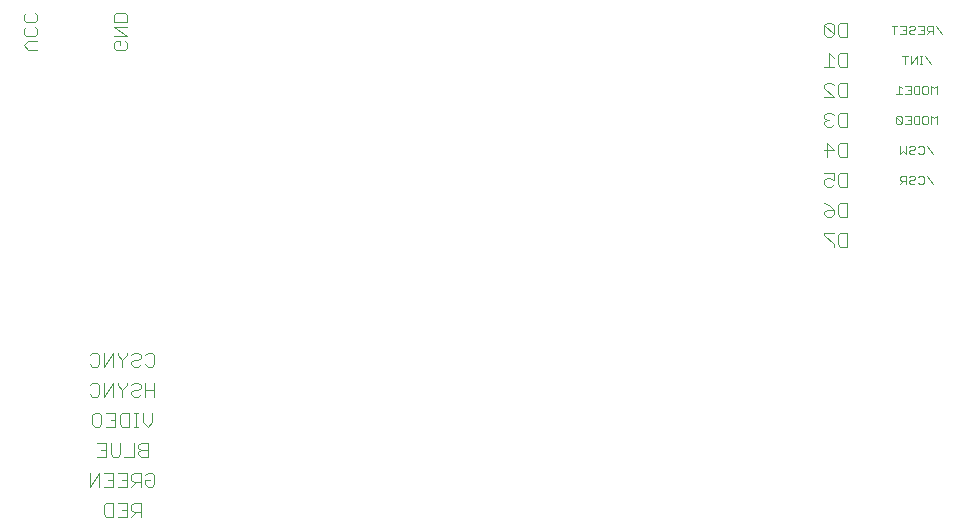
<source format=gbo>
G75*
G70*
%OFA0B0*%
%FSLAX24Y24*%
%IPPOS*%
%LPD*%
%AMOC8*
5,1,8,0,0,1.08239X$1,22.5*
%
%ADD10C,0.0040*%
%ADD11C,0.0030*%
D10*
X003128Y001507D02*
X003128Y001814D01*
X003204Y001890D01*
X003435Y001890D01*
X003435Y001430D01*
X003204Y001430D01*
X003128Y001507D01*
X003588Y001430D02*
X003895Y001430D01*
X003895Y001890D01*
X003588Y001890D01*
X003741Y001660D02*
X003895Y001660D01*
X004048Y001660D02*
X004048Y001814D01*
X004125Y001890D01*
X004355Y001890D01*
X004355Y001430D01*
X004355Y001583D02*
X004125Y001583D01*
X004048Y001660D01*
X004202Y001583D02*
X004048Y001430D01*
X004048Y002430D02*
X004202Y002583D01*
X004125Y002583D02*
X004355Y002583D01*
X004355Y002430D02*
X004355Y002890D01*
X004125Y002890D01*
X004048Y002814D01*
X004048Y002660D01*
X004125Y002583D01*
X003895Y002660D02*
X003741Y002660D01*
X003895Y002430D02*
X003588Y002430D01*
X003435Y002430D02*
X003128Y002430D01*
X002974Y002430D02*
X002974Y002890D01*
X002667Y002430D01*
X002667Y002890D01*
X003128Y002890D02*
X003435Y002890D01*
X003435Y002430D01*
X003435Y002660D02*
X003281Y002660D01*
X003588Y002890D02*
X003895Y002890D01*
X003895Y002430D01*
X004509Y002507D02*
X004509Y002660D01*
X004662Y002660D01*
X004509Y002507D02*
X004586Y002430D01*
X004739Y002430D01*
X004816Y002507D01*
X004816Y002814D01*
X004739Y002890D01*
X004586Y002890D01*
X004509Y002814D01*
X004586Y003430D02*
X004355Y003430D01*
X004279Y003507D01*
X004279Y003583D01*
X004355Y003660D01*
X004586Y003660D01*
X004586Y003430D02*
X004586Y003890D01*
X004355Y003890D01*
X004279Y003814D01*
X004279Y003737D01*
X004355Y003660D01*
X004125Y003430D02*
X003818Y003430D01*
X003665Y003507D02*
X003588Y003430D01*
X003435Y003430D01*
X003358Y003507D01*
X003358Y003890D01*
X003204Y003890D02*
X003204Y003430D01*
X002897Y003430D01*
X003051Y003660D02*
X003204Y003660D01*
X003204Y003890D02*
X002897Y003890D01*
X002821Y004430D02*
X002744Y004507D01*
X002744Y004814D01*
X002821Y004890D01*
X002974Y004890D01*
X003051Y004814D01*
X003051Y004507D01*
X002974Y004430D01*
X002821Y004430D01*
X003204Y004430D02*
X003511Y004430D01*
X003511Y004890D01*
X003204Y004890D01*
X003358Y004660D02*
X003511Y004660D01*
X003665Y004507D02*
X003665Y004814D01*
X003741Y004890D01*
X003972Y004890D01*
X003972Y004430D01*
X003741Y004430D01*
X003665Y004507D01*
X004125Y004430D02*
X004279Y004430D01*
X004202Y004430D02*
X004202Y004890D01*
X004279Y004890D02*
X004125Y004890D01*
X004432Y004890D02*
X004432Y004583D01*
X004586Y004430D01*
X004739Y004583D01*
X004739Y004890D01*
X004816Y005430D02*
X004816Y005890D01*
X004816Y005660D02*
X004509Y005660D01*
X004355Y005737D02*
X004279Y005660D01*
X004125Y005660D01*
X004048Y005583D01*
X004048Y005507D01*
X004125Y005430D01*
X004279Y005430D01*
X004355Y005507D01*
X004509Y005430D02*
X004509Y005890D01*
X004355Y005814D02*
X004355Y005737D01*
X004355Y005814D02*
X004279Y005890D01*
X004125Y005890D01*
X004048Y005814D01*
X003895Y005814D02*
X003741Y005660D01*
X003741Y005430D01*
X003741Y005660D02*
X003588Y005814D01*
X003588Y005890D01*
X003435Y005890D02*
X003128Y005430D01*
X003128Y005890D01*
X002974Y005814D02*
X002974Y005507D01*
X002897Y005430D01*
X002744Y005430D01*
X002667Y005507D01*
X002667Y005814D02*
X002744Y005890D01*
X002897Y005890D01*
X002974Y005814D01*
X003435Y005890D02*
X003435Y005430D01*
X003895Y005814D02*
X003895Y005890D01*
X003741Y006430D02*
X003741Y006660D01*
X003588Y006814D01*
X003588Y006890D01*
X003435Y006890D02*
X003128Y006430D01*
X003128Y006890D01*
X002974Y006814D02*
X002974Y006507D01*
X002897Y006430D01*
X002744Y006430D01*
X002667Y006507D01*
X002667Y006814D02*
X002744Y006890D01*
X002897Y006890D01*
X002974Y006814D01*
X003435Y006890D02*
X003435Y006430D01*
X003741Y006660D02*
X003895Y006814D01*
X003895Y006890D01*
X004048Y006814D02*
X004125Y006890D01*
X004279Y006890D01*
X004355Y006814D01*
X004355Y006737D01*
X004279Y006660D01*
X004125Y006660D01*
X004048Y006583D01*
X004048Y006507D01*
X004125Y006430D01*
X004279Y006430D01*
X004355Y006507D01*
X004509Y006507D02*
X004586Y006430D01*
X004739Y006430D01*
X004816Y006507D01*
X004816Y006814D01*
X004739Y006890D01*
X004586Y006890D01*
X004509Y006814D01*
X004125Y003890D02*
X004125Y003430D01*
X003665Y003507D02*
X003665Y003890D01*
X003531Y016989D02*
X003455Y017066D01*
X003455Y017220D01*
X003531Y017296D01*
X003685Y017296D01*
X003685Y017143D01*
X003838Y017296D02*
X003915Y017220D01*
X003915Y017066D01*
X003838Y016989D01*
X003531Y016989D01*
X003455Y017450D02*
X003915Y017450D01*
X003455Y017757D01*
X003915Y017757D01*
X003915Y017910D02*
X003455Y017910D01*
X003455Y018140D01*
X003531Y018217D01*
X003838Y018217D01*
X003915Y018140D01*
X003915Y017910D01*
X000915Y017987D02*
X000838Y017910D01*
X000531Y017910D01*
X000455Y017987D01*
X000455Y018140D01*
X000531Y018217D01*
X000838Y018217D02*
X000915Y018140D01*
X000915Y017987D01*
X000838Y017757D02*
X000915Y017680D01*
X000915Y017527D01*
X000838Y017450D01*
X000531Y017450D01*
X000455Y017527D01*
X000455Y017680D01*
X000531Y017757D01*
X000608Y017296D02*
X000915Y017296D01*
X000608Y017296D02*
X000455Y017143D01*
X000608Y016989D01*
X000915Y016989D01*
X027147Y017507D02*
X027224Y017430D01*
X027378Y017430D01*
X027454Y017507D01*
X027147Y017814D01*
X027147Y017507D01*
X027454Y017507D02*
X027454Y017814D01*
X027378Y017890D01*
X027224Y017890D01*
X027147Y017814D01*
X027608Y017814D02*
X027608Y017507D01*
X027685Y017430D01*
X027915Y017430D01*
X027915Y017890D01*
X027685Y017890D01*
X027608Y017814D01*
X027685Y016890D02*
X027915Y016890D01*
X027915Y016430D01*
X027685Y016430D01*
X027608Y016507D01*
X027608Y016814D01*
X027685Y016890D01*
X027454Y016737D02*
X027301Y016890D01*
X027301Y016430D01*
X027454Y016430D02*
X027147Y016430D01*
X027224Y015890D02*
X027378Y015890D01*
X027454Y015814D01*
X027608Y015814D02*
X027608Y015507D01*
X027685Y015430D01*
X027915Y015430D01*
X027915Y015890D01*
X027685Y015890D01*
X027608Y015814D01*
X027224Y015890D02*
X027147Y015814D01*
X027147Y015737D01*
X027454Y015430D01*
X027147Y015430D01*
X027224Y014890D02*
X027147Y014814D01*
X027147Y014737D01*
X027224Y014660D01*
X027147Y014583D01*
X027147Y014507D01*
X027224Y014430D01*
X027378Y014430D01*
X027454Y014507D01*
X027608Y014507D02*
X027608Y014814D01*
X027685Y014890D01*
X027915Y014890D01*
X027915Y014430D01*
X027685Y014430D01*
X027608Y014507D01*
X027301Y014660D02*
X027224Y014660D01*
X027224Y014890D02*
X027378Y014890D01*
X027454Y014814D01*
X027224Y013890D02*
X027454Y013660D01*
X027147Y013660D01*
X027224Y013430D02*
X027224Y013890D01*
X027608Y013814D02*
X027685Y013890D01*
X027915Y013890D01*
X027915Y013430D01*
X027685Y013430D01*
X027608Y013507D01*
X027608Y013814D01*
X027685Y012890D02*
X027915Y012890D01*
X027915Y012430D01*
X027685Y012430D01*
X027608Y012507D01*
X027608Y012814D01*
X027685Y012890D01*
X027454Y012890D02*
X027454Y012660D01*
X027301Y012737D01*
X027224Y012737D01*
X027147Y012660D01*
X027147Y012507D01*
X027224Y012430D01*
X027378Y012430D01*
X027454Y012507D01*
X027454Y012890D02*
X027147Y012890D01*
X027147Y011890D02*
X027301Y011814D01*
X027454Y011660D01*
X027224Y011660D01*
X027147Y011583D01*
X027147Y011507D01*
X027224Y011430D01*
X027378Y011430D01*
X027454Y011507D01*
X027454Y011660D01*
X027608Y011507D02*
X027608Y011814D01*
X027685Y011890D01*
X027915Y011890D01*
X027915Y011430D01*
X027685Y011430D01*
X027608Y011507D01*
X027685Y010890D02*
X027915Y010890D01*
X027915Y010430D01*
X027685Y010430D01*
X027608Y010507D01*
X027608Y010814D01*
X027685Y010890D01*
X027454Y010890D02*
X027147Y010890D01*
X027147Y010814D01*
X027454Y010507D01*
X027454Y010430D01*
D11*
X029682Y012515D02*
X029778Y012612D01*
X029730Y012612D02*
X029875Y012612D01*
X029875Y012515D02*
X029875Y012805D01*
X029730Y012805D01*
X029682Y012757D01*
X029682Y012660D01*
X029730Y012612D01*
X029976Y012612D02*
X029976Y012563D01*
X030025Y012515D01*
X030121Y012515D01*
X030170Y012563D01*
X030271Y012563D02*
X030319Y012515D01*
X030416Y012515D01*
X030464Y012563D01*
X030464Y012757D01*
X030416Y012805D01*
X030319Y012805D01*
X030271Y012757D01*
X030170Y012757D02*
X030121Y012805D01*
X030025Y012805D01*
X029976Y012757D01*
X030025Y012660D02*
X029976Y012612D01*
X030025Y012660D02*
X030121Y012660D01*
X030170Y012708D01*
X030170Y012757D01*
X030566Y012805D02*
X030759Y012515D01*
X030759Y013515D02*
X030566Y013805D01*
X030464Y013757D02*
X030464Y013563D01*
X030416Y013515D01*
X030319Y013515D01*
X030271Y013563D01*
X030170Y013563D02*
X030121Y013515D01*
X030025Y013515D01*
X029976Y013563D01*
X029976Y013612D01*
X030025Y013660D01*
X030121Y013660D01*
X030170Y013708D01*
X030170Y013757D01*
X030121Y013805D01*
X030025Y013805D01*
X029976Y013757D01*
X029875Y013805D02*
X029875Y013515D01*
X029778Y013612D01*
X029682Y013515D01*
X029682Y013805D01*
X030271Y013757D02*
X030319Y013805D01*
X030416Y013805D01*
X030464Y013757D01*
X030467Y014515D02*
X030418Y014563D01*
X030418Y014757D01*
X030467Y014805D01*
X030563Y014805D01*
X030612Y014757D01*
X030612Y014563D01*
X030563Y014515D01*
X030467Y014515D01*
X030317Y014515D02*
X030172Y014515D01*
X030124Y014563D01*
X030124Y014757D01*
X030172Y014805D01*
X030317Y014805D01*
X030317Y014515D01*
X030022Y014515D02*
X030022Y014805D01*
X029829Y014805D01*
X029728Y014757D02*
X029679Y014805D01*
X029583Y014805D01*
X029534Y014757D01*
X029728Y014563D01*
X029679Y014515D01*
X029583Y014515D01*
X029534Y014563D01*
X029534Y014757D01*
X029728Y014757D02*
X029728Y014563D01*
X029829Y014515D02*
X030022Y014515D01*
X030022Y014660D02*
X029926Y014660D01*
X030713Y014805D02*
X030713Y014515D01*
X030906Y014515D02*
X030906Y014805D01*
X030810Y014708D01*
X030713Y014805D01*
X030713Y015515D02*
X030713Y015805D01*
X030810Y015708D01*
X030906Y015805D01*
X030906Y015515D01*
X030612Y015563D02*
X030612Y015757D01*
X030563Y015805D01*
X030467Y015805D01*
X030418Y015757D01*
X030418Y015563D01*
X030467Y015515D01*
X030563Y015515D01*
X030612Y015563D01*
X030317Y015515D02*
X030317Y015805D01*
X030172Y015805D01*
X030124Y015757D01*
X030124Y015563D01*
X030172Y015515D01*
X030317Y015515D01*
X030022Y015515D02*
X030022Y015805D01*
X029829Y015805D01*
X029728Y015708D02*
X029631Y015805D01*
X029631Y015515D01*
X029728Y015515D02*
X029534Y015515D01*
X029829Y015515D02*
X030022Y015515D01*
X030022Y015660D02*
X029926Y015660D01*
X029827Y016515D02*
X029827Y016805D01*
X029731Y016805D02*
X029924Y016805D01*
X030025Y016805D02*
X030025Y016515D01*
X030219Y016805D01*
X030219Y016515D01*
X030319Y016515D02*
X030415Y016515D01*
X030367Y016515D02*
X030367Y016805D01*
X030415Y016805D02*
X030319Y016805D01*
X030516Y016805D02*
X030710Y016515D01*
X030759Y017515D02*
X030759Y017805D01*
X030614Y017805D01*
X030566Y017757D01*
X030566Y017660D01*
X030614Y017612D01*
X030759Y017612D01*
X030662Y017612D02*
X030566Y017515D01*
X030464Y017515D02*
X030271Y017515D01*
X030170Y017563D02*
X030121Y017515D01*
X030025Y017515D01*
X029976Y017563D01*
X029976Y017612D01*
X030025Y017660D01*
X030121Y017660D01*
X030170Y017708D01*
X030170Y017757D01*
X030121Y017805D01*
X030025Y017805D01*
X029976Y017757D01*
X029875Y017805D02*
X029682Y017805D01*
X029580Y017805D02*
X029387Y017805D01*
X029484Y017805D02*
X029484Y017515D01*
X029682Y017515D02*
X029875Y017515D01*
X029875Y017805D01*
X029875Y017660D02*
X029778Y017660D01*
X030271Y017805D02*
X030464Y017805D01*
X030464Y017515D01*
X030464Y017660D02*
X030368Y017660D01*
X030860Y017805D02*
X031054Y017515D01*
M02*

</source>
